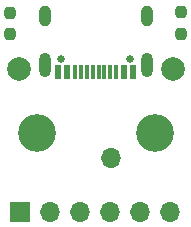
<source format=gts>
G04 #@! TF.GenerationSoftware,KiCad,Pcbnew,7.0.7*
G04 #@! TF.CreationDate,2024-02-23T23:35:20+01:00*
G04 #@! TF.ProjectId,SL_USB-TypeC-Breakout,534c5f55-5342-42d5-9479-7065432d4272,v1.0*
G04 #@! TF.SameCoordinates,Original*
G04 #@! TF.FileFunction,Soldermask,Top*
G04 #@! TF.FilePolarity,Negative*
%FSLAX46Y46*%
G04 Gerber Fmt 4.6, Leading zero omitted, Abs format (unit mm)*
G04 Created by KiCad (PCBNEW 7.0.7) date 2024-02-23 23:35:20*
%MOMM*%
%LPD*%
G01*
G04 APERTURE LIST*
G04 Aperture macros list*
%AMRoundRect*
0 Rectangle with rounded corners*
0 $1 Rounding radius*
0 $2 $3 $4 $5 $6 $7 $8 $9 X,Y pos of 4 corners*
0 Add a 4 corners polygon primitive as box body*
4,1,4,$2,$3,$4,$5,$6,$7,$8,$9,$2,$3,0*
0 Add four circle primitives for the rounded corners*
1,1,$1+$1,$2,$3*
1,1,$1+$1,$4,$5*
1,1,$1+$1,$6,$7*
1,1,$1+$1,$8,$9*
0 Add four rect primitives between the rounded corners*
20,1,$1+$1,$2,$3,$4,$5,0*
20,1,$1+$1,$4,$5,$6,$7,0*
20,1,$1+$1,$6,$7,$8,$9,0*
20,1,$1+$1,$8,$9,$2,$3,0*%
G04 Aperture macros list end*
%ADD10RoundRect,0.237500X-0.237500X0.250000X-0.237500X-0.250000X0.237500X-0.250000X0.237500X0.250000X0*%
%ADD11C,2.000000*%
%ADD12C,3.200000*%
%ADD13O,1.700000X1.700000*%
%ADD14R,1.700000X1.700000*%
%ADD15C,0.650000*%
%ADD16R,0.600000X1.150000*%
%ADD17R,0.300000X1.150000*%
%ADD18O,1.000000X2.100000*%
%ADD19O,1.000000X1.800000*%
G04 APERTURE END LIST*
D10*
X106100000Y-50675000D03*
X106100000Y-52500000D03*
D11*
X92350000Y-55466250D03*
D12*
X93850000Y-60916250D03*
X103850000Y-60916250D03*
D13*
X100140000Y-63000000D03*
D11*
X105350000Y-55466250D03*
D14*
X92450000Y-67533750D03*
D13*
X94990000Y-67533750D03*
X97530000Y-67533750D03*
X100070000Y-67533750D03*
X102610000Y-67533750D03*
X105150000Y-67533750D03*
D15*
X101720000Y-54646250D03*
X95940000Y-54646250D03*
D16*
X102030000Y-55721250D03*
X101230000Y-55721250D03*
D17*
X100080000Y-55721250D03*
X99080000Y-55721250D03*
X98580000Y-55721250D03*
X97580000Y-55721250D03*
D16*
X96430000Y-55721250D03*
X95630000Y-55721250D03*
X95630000Y-55721250D03*
X96430000Y-55721250D03*
D17*
X97080000Y-55721250D03*
X98080000Y-55721250D03*
X99580000Y-55721250D03*
X100580000Y-55721250D03*
D16*
X101230000Y-55721250D03*
X102030000Y-55721250D03*
D18*
X103150000Y-55146250D03*
D19*
X103150000Y-50966250D03*
D18*
X94510000Y-55146250D03*
D19*
X94510000Y-50966250D03*
D10*
X91600000Y-50700000D03*
X91600000Y-52525000D03*
M02*

</source>
